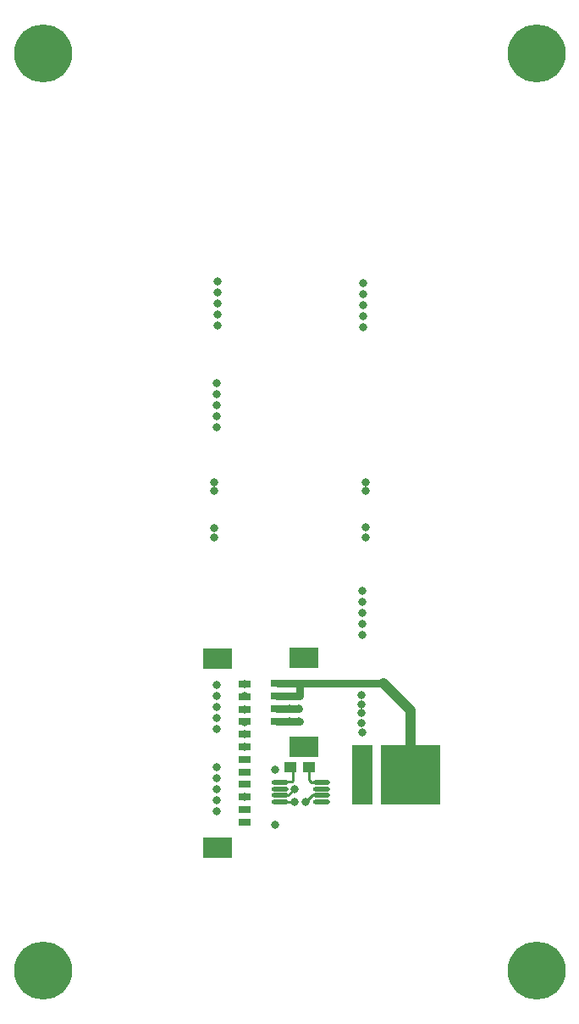
<source format=gbl>
%FSLAX44Y44*%
%MOMM*%
G71*
G01*
G75*
G04 Layer_Physical_Order=4*
G04 Layer_Color=16711680*
%ADD10R,1.5000X7.0000*%
%ADD11R,1.5000X7.0000*%
%ADD12R,1.5000X1.5000*%
%ADD13R,1.5000X4.4000*%
%ADD14C,0.8000*%
%ADD15C,0.2000*%
%ADD16C,1.0000*%
%ADD17C,5.0000*%
%ADD18C,5.8000*%
%ADD19C,0.8000*%
%ADD20C,0.2500*%
%ADD21R,1.3000X0.8000*%
%ADD22R,3.0000X2.1000*%
%ADD23R,1.2000X1.1000*%
%ADD24O,1.7000X0.4500*%
%ADD25R,6.0000X6.0000*%
%ADD26R,2.0000X6.0000*%
%ADD27C,0.4000*%
D14*
X500000Y306300D02*
Y319000D01*
X476800Y306300D02*
X500000D01*
X476800Y281300D02*
X499550D01*
X476800Y293800D02*
X498800D01*
X477500Y319000D02*
X583500D01*
D15*
X443000Y266000D02*
X445000Y268000D01*
X479800Y200000D02*
X480150Y200350D01*
D16*
X583500Y319000D02*
X610600Y291900D01*
Y240000D02*
Y291900D01*
D18*
X737000Y948000D02*
D03*
X243000D02*
D03*
X737000Y32000D02*
D03*
X243000D02*
D03*
D19*
X489750Y281300D02*
D03*
X498750Y281250D02*
D03*
X489750Y293800D02*
D03*
X498800D02*
D03*
X562750Y378000D02*
D03*
Y389000D02*
D03*
X414000Y520000D02*
D03*
X417000Y235000D02*
D03*
X562750Y400000D02*
D03*
Y411000D02*
D03*
Y367000D02*
D03*
X562000Y298000D02*
D03*
Y289000D02*
D03*
Y279500D02*
D03*
Y307000D02*
D03*
X562250Y270000D02*
D03*
X562000Y229000D02*
D03*
Y220000D02*
D03*
Y211000D02*
D03*
Y202000D02*
D03*
X417000Y224000D02*
D03*
Y213000D02*
D03*
Y202000D02*
D03*
Y191000D02*
D03*
Y306000D02*
D03*
Y295000D02*
D03*
Y284000D02*
D03*
Y317000D02*
D03*
Y273000D02*
D03*
Y608000D02*
D03*
Y597000D02*
D03*
Y586000D02*
D03*
Y619000D02*
D03*
Y575000D02*
D03*
X417500Y709000D02*
D03*
Y698000D02*
D03*
Y687000D02*
D03*
Y720000D02*
D03*
Y676000D02*
D03*
X563000Y675000D02*
D03*
Y719000D02*
D03*
Y686000D02*
D03*
Y697000D02*
D03*
Y708000D02*
D03*
X566000Y475000D02*
D03*
Y465000D02*
D03*
Y511000D02*
D03*
Y520000D02*
D03*
X414000Y511000D02*
D03*
Y474000D02*
D03*
Y465000D02*
D03*
X445000Y318000D02*
D03*
Y268000D02*
D03*
Y255500D02*
D03*
X491000Y235000D02*
D03*
X445000Y280000D02*
D03*
X445022Y306515D02*
D03*
X445000Y293000D02*
D03*
X509000Y235000D02*
D03*
X494750Y213500D02*
D03*
X506250Y200500D02*
D03*
X495000D02*
D03*
X475000Y177500D02*
D03*
Y232250D02*
D03*
X445000Y205500D02*
D03*
D20*
X491000Y235000D02*
X493000Y233000D01*
X512600Y206850D02*
X522150D01*
X511400Y219850D02*
X522150D01*
X509000Y222250D02*
X511400Y219850D01*
X509000Y222250D02*
Y235000D01*
X493000Y221750D02*
Y233000D01*
X480150Y206850D02*
X488100D01*
X494750Y213500D01*
X480150Y200350D02*
X495850D01*
X495700Y200500D02*
X495850Y200350D01*
X495000Y200500D02*
X495700D01*
X492000Y220750D02*
X493000Y221750D01*
X480150Y219850D02*
X481050Y220750D01*
X492000D01*
X506250Y200500D02*
X512600Y206850D01*
D21*
X476800Y281300D02*
D03*
Y293800D02*
D03*
Y306300D02*
D03*
Y318800D02*
D03*
X445000Y180500D02*
D03*
Y193000D02*
D03*
Y205500D02*
D03*
Y218000D02*
D03*
Y230500D02*
D03*
Y243000D02*
D03*
Y255500D02*
D03*
Y268000D02*
D03*
Y280500D02*
D03*
Y293000D02*
D03*
Y305500D02*
D03*
Y318000D02*
D03*
D22*
X504300Y255800D02*
D03*
Y344300D02*
D03*
X417500Y155000D02*
D03*
Y343500D02*
D03*
D23*
X491000Y235000D02*
D03*
X509000D02*
D03*
D24*
X480150Y200350D02*
D03*
Y206850D02*
D03*
Y213350D02*
D03*
Y219850D02*
D03*
X522150Y200350D02*
D03*
Y206850D02*
D03*
Y213350D02*
D03*
Y219850D02*
D03*
D25*
X610600Y227249D02*
D03*
D26*
X562500D02*
D03*
D27*
X243000Y943500D02*
Y948000D01*
X723300Y32000D02*
X737000D01*
X445000Y205500D02*
X445500Y205000D01*
M02*

</source>
